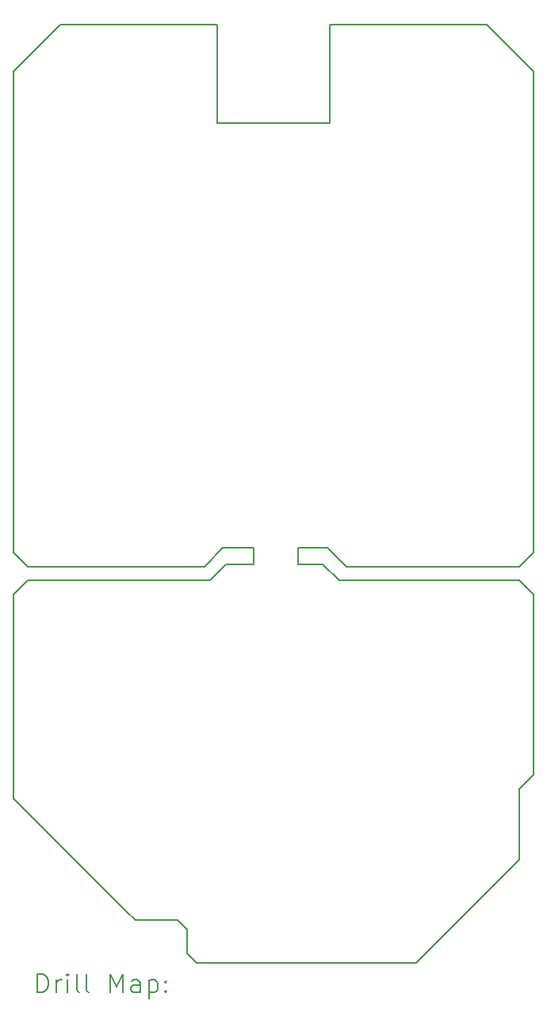
<source format=gbr>
%TF.GenerationSoftware,KiCad,Pcbnew,7.0.5.1-1-g8f565ef7f0-dirty-deb11*%
%TF.CreationDate,2023-08-10T10:44:04+00:00*%
%TF.ProjectId,rebote-smd,7265626f-7465-42d7-936d-642e6b696361,1.0*%
%TF.SameCoordinates,Original*%
%TF.FileFunction,Drillmap*%
%TF.FilePolarity,Positive*%
%FSLAX45Y45*%
G04 Gerber Fmt 4.5, Leading zero omitted, Abs format (unit mm)*
G04 Created by KiCad (PCBNEW 7.0.5.1-1-g8f565ef7f0-dirty-deb11) date 2023-08-10 10:44:04*
%MOMM*%
%LPD*%
G01*
G04 APERTURE LIST*
%ADD10C,0.150000*%
%ADD11C,0.200000*%
G04 APERTURE END LIST*
D10*
X13770000Y-10950000D02*
X14060000Y-10950000D01*
X12800000Y-14750000D02*
X12700000Y-14650000D01*
X11500000Y-13450000D02*
X11500000Y-12100000D01*
X13535000Y-10975000D02*
X11650000Y-10975000D01*
X14540000Y-10950000D02*
X14800000Y-10950000D01*
X14875000Y-6250000D02*
X14875000Y-5200000D01*
X12700000Y-14650000D02*
X11500000Y-13450000D01*
X11500000Y-5700000D02*
X11500000Y-10825000D01*
X16900000Y-14100000D02*
X15800000Y-15200000D01*
X13350000Y-15100000D02*
X13350000Y-14850000D01*
X14975000Y-11125000D02*
X16475000Y-11125000D01*
X14850000Y-10775000D02*
X15050000Y-10975000D01*
X16550000Y-5200000D02*
X17050000Y-5700000D01*
X16900000Y-10975000D02*
X17050000Y-10825000D01*
X16900000Y-13350000D02*
X17050000Y-13200000D01*
X11650000Y-10975000D02*
X11500000Y-10825000D01*
X14060000Y-10775000D02*
X14060000Y-10950000D01*
X13735000Y-10775000D02*
X13535000Y-10975000D01*
X11500000Y-5700000D02*
X12000000Y-5200000D01*
X17050000Y-8500000D02*
X17050000Y-5700000D01*
X13675000Y-6250000D02*
X14875000Y-6250000D01*
X13675000Y-5200000D02*
X12000000Y-5200000D01*
X17050000Y-11275000D02*
X16900000Y-11125000D01*
X13595000Y-11125000D02*
X11700000Y-11125000D01*
X13450000Y-15200000D02*
X15800000Y-15200000D01*
X11650000Y-10975000D02*
X11650000Y-10975000D01*
X13770000Y-10950000D02*
X13595000Y-11125000D01*
X16900000Y-13350000D02*
X16900000Y-14100000D01*
X17050000Y-10825000D02*
X17050000Y-8500000D01*
X13675000Y-5200000D02*
X13675000Y-6250000D01*
X13450000Y-15200000D02*
X13350000Y-15100000D01*
X13350000Y-14850000D02*
X13250000Y-14750000D01*
X14540000Y-10775000D02*
X14850000Y-10775000D01*
X11500000Y-11275000D02*
X11500000Y-12100000D01*
X14875000Y-5200000D02*
X16550000Y-5200000D01*
X13250000Y-14750000D02*
X12850000Y-14750000D01*
X14540000Y-10775000D02*
X14540000Y-10950000D01*
X16900000Y-11125000D02*
X16475000Y-11125000D01*
X11650000Y-11125000D02*
X11500000Y-11275000D01*
X14800000Y-10950000D02*
X14975000Y-11125000D01*
X17050000Y-13200000D02*
X17050000Y-11275000D01*
X12850000Y-14750000D02*
X12800000Y-14750000D01*
X13735000Y-10775000D02*
X14060000Y-10775000D01*
X15050000Y-10975000D02*
X16900000Y-10975000D01*
X11700000Y-11125000D02*
X11650000Y-11125000D01*
D11*
X11753277Y-15518984D02*
X11753277Y-15318984D01*
X11753277Y-15318984D02*
X11800896Y-15318984D01*
X11800896Y-15318984D02*
X11829467Y-15328508D01*
X11829467Y-15328508D02*
X11848515Y-15347555D01*
X11848515Y-15347555D02*
X11858039Y-15366603D01*
X11858039Y-15366603D02*
X11867562Y-15404698D01*
X11867562Y-15404698D02*
X11867562Y-15433269D01*
X11867562Y-15433269D02*
X11858039Y-15471365D01*
X11858039Y-15471365D02*
X11848515Y-15490412D01*
X11848515Y-15490412D02*
X11829467Y-15509460D01*
X11829467Y-15509460D02*
X11800896Y-15518984D01*
X11800896Y-15518984D02*
X11753277Y-15518984D01*
X11953277Y-15518984D02*
X11953277Y-15385650D01*
X11953277Y-15423746D02*
X11962801Y-15404698D01*
X11962801Y-15404698D02*
X11972324Y-15395174D01*
X11972324Y-15395174D02*
X11991372Y-15385650D01*
X11991372Y-15385650D02*
X12010420Y-15385650D01*
X12077086Y-15518984D02*
X12077086Y-15385650D01*
X12077086Y-15318984D02*
X12067562Y-15328508D01*
X12067562Y-15328508D02*
X12077086Y-15338031D01*
X12077086Y-15338031D02*
X12086610Y-15328508D01*
X12086610Y-15328508D02*
X12077086Y-15318984D01*
X12077086Y-15318984D02*
X12077086Y-15338031D01*
X12200896Y-15518984D02*
X12181848Y-15509460D01*
X12181848Y-15509460D02*
X12172324Y-15490412D01*
X12172324Y-15490412D02*
X12172324Y-15318984D01*
X12305658Y-15518984D02*
X12286610Y-15509460D01*
X12286610Y-15509460D02*
X12277086Y-15490412D01*
X12277086Y-15490412D02*
X12277086Y-15318984D01*
X12534229Y-15518984D02*
X12534229Y-15318984D01*
X12534229Y-15318984D02*
X12600896Y-15461841D01*
X12600896Y-15461841D02*
X12667562Y-15318984D01*
X12667562Y-15318984D02*
X12667562Y-15518984D01*
X12848515Y-15518984D02*
X12848515Y-15414222D01*
X12848515Y-15414222D02*
X12838991Y-15395174D01*
X12838991Y-15395174D02*
X12819943Y-15385650D01*
X12819943Y-15385650D02*
X12781848Y-15385650D01*
X12781848Y-15385650D02*
X12762801Y-15395174D01*
X12848515Y-15509460D02*
X12829467Y-15518984D01*
X12829467Y-15518984D02*
X12781848Y-15518984D01*
X12781848Y-15518984D02*
X12762801Y-15509460D01*
X12762801Y-15509460D02*
X12753277Y-15490412D01*
X12753277Y-15490412D02*
X12753277Y-15471365D01*
X12753277Y-15471365D02*
X12762801Y-15452317D01*
X12762801Y-15452317D02*
X12781848Y-15442793D01*
X12781848Y-15442793D02*
X12829467Y-15442793D01*
X12829467Y-15442793D02*
X12848515Y-15433269D01*
X12943753Y-15385650D02*
X12943753Y-15585650D01*
X12943753Y-15395174D02*
X12962801Y-15385650D01*
X12962801Y-15385650D02*
X13000896Y-15385650D01*
X13000896Y-15385650D02*
X13019943Y-15395174D01*
X13019943Y-15395174D02*
X13029467Y-15404698D01*
X13029467Y-15404698D02*
X13038991Y-15423746D01*
X13038991Y-15423746D02*
X13038991Y-15480888D01*
X13038991Y-15480888D02*
X13029467Y-15499936D01*
X13029467Y-15499936D02*
X13019943Y-15509460D01*
X13019943Y-15509460D02*
X13000896Y-15518984D01*
X13000896Y-15518984D02*
X12962801Y-15518984D01*
X12962801Y-15518984D02*
X12943753Y-15509460D01*
X13124705Y-15499936D02*
X13134229Y-15509460D01*
X13134229Y-15509460D02*
X13124705Y-15518984D01*
X13124705Y-15518984D02*
X13115182Y-15509460D01*
X13115182Y-15509460D02*
X13124705Y-15499936D01*
X13124705Y-15499936D02*
X13124705Y-15518984D01*
X13124705Y-15395174D02*
X13134229Y-15404698D01*
X13134229Y-15404698D02*
X13124705Y-15414222D01*
X13124705Y-15414222D02*
X13115182Y-15404698D01*
X13115182Y-15404698D02*
X13124705Y-15395174D01*
X13124705Y-15395174D02*
X13124705Y-15414222D01*
M02*

</source>
